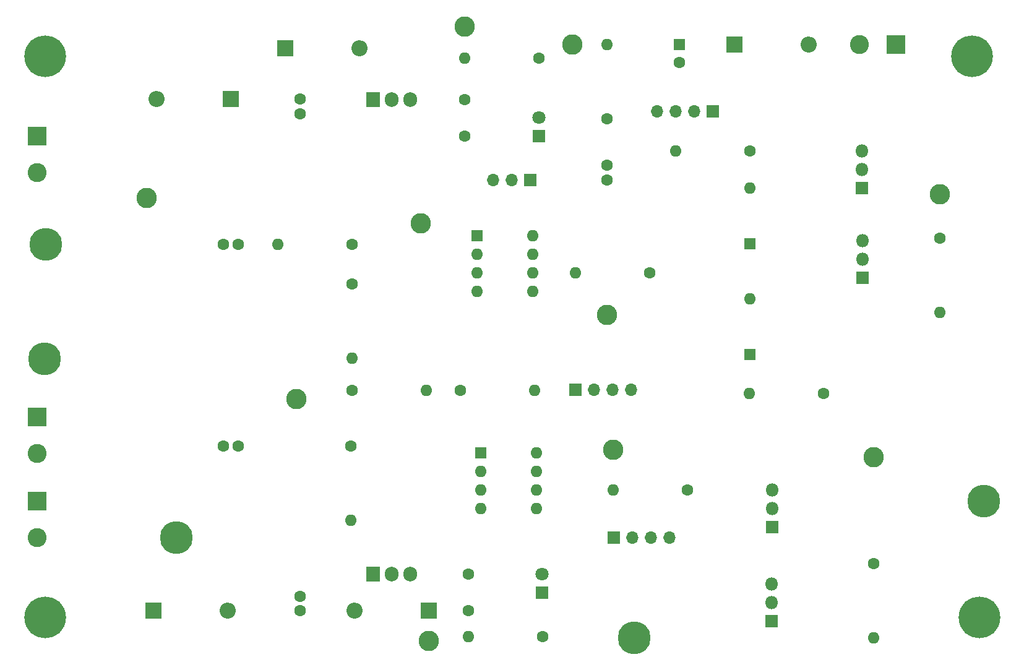
<source format=gbr>
%TF.GenerationSoftware,KiCad,Pcbnew,(7.0.0)*%
%TF.CreationDate,2023-03-04T17:42:30+02:00*%
%TF.ProjectId,RN-distorsiuni,524e2d64-6973-4746-9f72-7369756e692e,rev?*%
%TF.SameCoordinates,Original*%
%TF.FileFunction,Soldermask,Top*%
%TF.FilePolarity,Negative*%
%FSLAX46Y46*%
G04 Gerber Fmt 4.6, Leading zero omitted, Abs format (unit mm)*
G04 Created by KiCad (PCBNEW (7.0.0)) date 2023-03-04 17:42:30*
%MOMM*%
%LPD*%
G01*
G04 APERTURE LIST*
%ADD10C,4.500000*%
%ADD11C,1.600000*%
%ADD12O,1.600000X1.600000*%
%ADD13R,2.600000X2.600000*%
%ADD14C,2.600000*%
%ADD15R,1.700000X1.700000*%
%ADD16O,1.700000X1.700000*%
%ADD17C,2.800000*%
%ADD18R,1.600000X1.600000*%
%ADD19C,3.600000*%
%ADD20C,5.700000*%
%ADD21R,2.200000X2.200000*%
%ADD22O,2.200000X2.200000*%
%ADD23R,1.905000X2.000000*%
%ADD24O,1.905000X2.000000*%
%ADD25R,1.800000X1.800000*%
%ADD26O,1.800000X1.800000*%
%ADD27C,1.800000*%
G04 APERTURE END LIST*
D10*
%TO.C,TP14*%
X112500000Y-131000000D03*
%TD*%
D11*
%TO.C,Rs1*%
X162155329Y-65373772D03*
D12*
X151995328Y-65373771D03*
%TD*%
D11*
%TO.C,R1*%
X171500000Y-73626617D03*
D12*
X171499999Y-63466616D03*
%TD*%
D13*
%TO.C,Js_alt1*%
X210999999Y-63499999D03*
D14*
X206000000Y-63500000D03*
%TD*%
D15*
%TO.C,J3*%
X160999999Y-81999999D03*
D16*
X158459999Y-81999999D03*
X155919999Y-81999999D03*
%TD*%
D11*
%TO.C,Cs2*%
X152000000Y-71000000D03*
X152000000Y-76000000D03*
%TD*%
%TO.C,R3*%
X136566764Y-96243235D03*
D12*
X136566763Y-106403234D03*
%TD*%
D11*
%TO.C,C2*%
X171500000Y-80000000D03*
X171500000Y-82000000D03*
%TD*%
D17*
%TO.C,TP11*%
X108500000Y-84500000D03*
%TD*%
D18*
%TO.C,U1*%
X153699999Y-89699999D03*
D12*
X153699999Y-92239999D03*
X153699999Y-94779999D03*
X153699999Y-97319999D03*
X161319999Y-97319999D03*
X161319999Y-94779999D03*
X161319999Y-92239999D03*
X161319999Y-89699999D03*
%TD*%
D11*
%TO.C,RL2*%
X208000000Y-134500000D03*
D12*
X207999999Y-144659999D03*
%TD*%
D11*
%TO.C,C3*%
X119000000Y-90810000D03*
X121000000Y-90810000D03*
%TD*%
D17*
%TO.C,TP8*%
X208000000Y-120000000D03*
%TD*%
D18*
%TO.C,C1*%
X181383196Y-63458878D03*
D11*
X181383197Y-65958879D03*
%TD*%
D19*
%TO.C,H3*%
X221400000Y-65100000D03*
D20*
X221400000Y-65100000D03*
%TD*%
D10*
%TO.C,TP1*%
X94500000Y-106500000D03*
%TD*%
D17*
%TO.C,TP6*%
X217000000Y-84000000D03*
%TD*%
D11*
%TO.C,Cs4*%
X152500000Y-141000000D03*
X152500000Y-136000000D03*
%TD*%
%TO.C,C4*%
X118993008Y-118466002D03*
X120993008Y-118466002D03*
%TD*%
%TO.C,R9*%
X136449866Y-118430360D03*
D12*
X136449865Y-128590359D03*
%TD*%
D13*
%TO.C,Js3*%
X93499999Y-125999999D03*
D14*
X93500000Y-131000000D03*
%TD*%
D21*
%TO.C,Ds1*%
X119999999Y-70954509D03*
D22*
X109839999Y-70954509D03*
%TD*%
D11*
%TO.C,Cs3*%
X129500000Y-141000000D03*
X129500000Y-139000000D03*
%TD*%
D15*
%TO.C,J1*%
X167139696Y-110757277D03*
D16*
X169679696Y-110757277D03*
X172219696Y-110757277D03*
X174759696Y-110757277D03*
%TD*%
D17*
%TO.C,TP7*%
X172336532Y-118918266D03*
%TD*%
D11*
%TO.C,R2*%
X136580000Y-90810000D03*
D12*
X126419999Y-90809999D03*
%TD*%
D21*
%TO.C,D1*%
X188919999Y-63499999D03*
D22*
X199079999Y-63499999D03*
%TD*%
D11*
%TO.C,R6*%
X177300000Y-94772448D03*
D12*
X167139999Y-94772447D03*
%TD*%
D23*
%TO.C,U4*%
X139459999Y-135944999D03*
D24*
X141999999Y-135944999D03*
X144539999Y-135944999D03*
%TD*%
D18*
%TO.C,D3*%
X190994643Y-105903449D03*
D12*
X190994643Y-98283449D03*
%TD*%
D25*
%TO.C,Q1*%
X206390552Y-83170345D03*
D26*
X206390552Y-80630345D03*
X206390552Y-78090345D03*
%TD*%
D10*
%TO.C,J5*%
X94687311Y-90853164D03*
%TD*%
D11*
%TO.C,R5*%
X151420000Y-110810000D03*
D12*
X161579999Y-110809999D03*
%TD*%
D17*
%TO.C,TP13*%
X129000000Y-112000000D03*
%TD*%
D25*
%TO.C,Dled1*%
X162155328Y-76039999D03*
D27*
X162155329Y-73500000D03*
%TD*%
D23*
%TO.C,U3*%
X139499999Y-70999999D03*
D24*
X142039999Y-70999999D03*
X144579999Y-70999999D03*
%TD*%
D25*
%TO.C,Q4*%
X193987075Y-142389999D03*
D26*
X193987075Y-139849999D03*
X193987075Y-137309999D03*
%TD*%
D17*
%TO.C,TP4*%
X166747136Y-63482816D03*
%TD*%
D13*
%TO.C,Js2*%
X93499999Y-114499999D03*
D14*
X93500000Y-119500000D03*
%TD*%
D25*
%TO.C,Dled2*%
X162621210Y-138539999D03*
D27*
X162621211Y-136000000D03*
%TD*%
D11*
%TO.C,Cs1*%
X129500000Y-70954510D03*
X129500000Y-72954510D03*
%TD*%
D17*
%TO.C,TP9*%
X152000000Y-61000000D03*
%TD*%
D15*
%TO.C,J2*%
X185931040Y-72671792D03*
D16*
X183391040Y-72671792D03*
X180851040Y-72671792D03*
X178311040Y-72671792D03*
%TD*%
D18*
%TO.C,U2*%
X154199999Y-119346889D03*
D12*
X154199999Y-121886889D03*
X154199999Y-124426889D03*
X154199999Y-126966889D03*
X161819999Y-126966889D03*
X161819999Y-124426889D03*
X161819999Y-121886889D03*
X161819999Y-119346889D03*
%TD*%
D11*
%TO.C,R10*%
X182500000Y-124414569D03*
D12*
X172339999Y-124414568D03*
%TD*%
D25*
%TO.C,Q2*%
X206436412Y-95406965D03*
D26*
X206436412Y-92866965D03*
X206436412Y-90326965D03*
%TD*%
D18*
%TO.C,D2*%
X190994643Y-90783449D03*
D12*
X190994643Y-83163449D03*
%TD*%
D17*
%TO.C,TP10*%
X147086491Y-145103405D03*
%TD*%
D25*
%TO.C,Q3*%
X194112075Y-129514628D03*
D26*
X194112075Y-126974628D03*
X194112075Y-124434628D03*
%TD*%
D11*
%TO.C,R4*%
X136570219Y-110826691D03*
D12*
X146730218Y-110826690D03*
%TD*%
D11*
%TO.C,Rs2*%
X162648923Y-144500000D03*
D12*
X152488922Y-144499999D03*
%TD*%
D11*
%TO.C,RL1*%
X217000000Y-90000000D03*
D12*
X216999999Y-100159999D03*
%TD*%
D21*
%TO.C,Ds3*%
X109419999Y-140999999D03*
D22*
X119579999Y-140999999D03*
%TD*%
D19*
%TO.C,H1*%
X222400000Y-141900000D03*
D20*
X222400000Y-141900000D03*
%TD*%
D11*
%TO.C,R7*%
X201074644Y-111283450D03*
D12*
X190914643Y-111283449D03*
%TD*%
D19*
%TO.C,H2*%
X94600000Y-141900000D03*
D20*
X94600000Y-141900000D03*
%TD*%
D15*
%TO.C,J4*%
X172419999Y-130999999D03*
D16*
X174959999Y-130999999D03*
X177499999Y-130999999D03*
X180039999Y-130999999D03*
%TD*%
D10*
%TO.C,TP3*%
X223000000Y-126000000D03*
%TD*%
D19*
%TO.C,H4*%
X94600000Y-65100000D03*
D20*
X94600000Y-65100000D03*
%TD*%
D17*
%TO.C,TP12*%
X146000000Y-88000000D03*
%TD*%
%TO.C,TP5*%
X171500000Y-100500000D03*
%TD*%
D11*
%TO.C,R8*%
X190994644Y-78053450D03*
D12*
X180834643Y-78053449D03*
%TD*%
D21*
%TO.C,Ds2*%
X127419999Y-63999999D03*
D22*
X137579999Y-63999999D03*
%TD*%
D21*
%TO.C,Ds4*%
X147079999Y-140999999D03*
D22*
X136919999Y-140999999D03*
%TD*%
D10*
%TO.C,TP2*%
X175206888Y-144660836D03*
%TD*%
D13*
%TO.C,Js1*%
X93499999Y-75999999D03*
D14*
X93500000Y-81000000D03*
%TD*%
M02*

</source>
